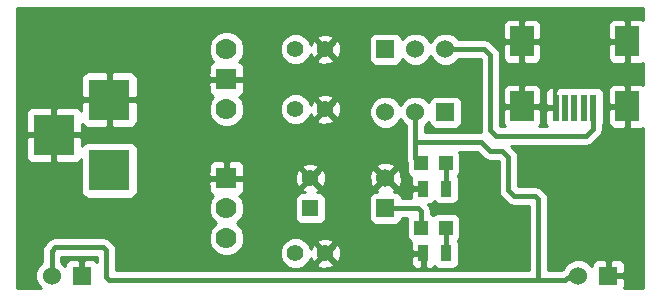
<source format=gtl>
G04 (created by PCBNEW-RS274X (2011-nov-30)-stable) date Die 24 Apr 2012 19:25:18 CEST*
G01*
G70*
G90*
%MOIN*%
G04 Gerber Fmt 3.4, Leading zero omitted, Abs format*
%FSLAX34Y34*%
G04 APERTURE LIST*
%ADD10C,0.001000*%
%ADD11C,0.070000*%
%ADD12R,0.070000X0.070000*%
%ADD13R,0.035000X0.055000*%
%ADD14R,0.060000X0.060000*%
%ADD15C,0.060000*%
%ADD16R,0.019700X0.090500*%
%ADD17R,0.019600X0.090500*%
%ADD18R,0.078700X0.098400*%
%ADD19R,0.047200X0.047200*%
%ADD20C,0.055000*%
%ADD21R,0.055000X0.055000*%
%ADD22R,0.137800X0.137800*%
%ADD23C,0.016000*%
%ADD24C,0.010000*%
G04 APERTURE END LIST*
G54D10*
G54D11*
X55300Y-38000D03*
X55300Y-37000D03*
G54D12*
X55300Y-36000D03*
G54D13*
X62615Y-38500D03*
X61865Y-38500D03*
X62615Y-36350D03*
X61865Y-36350D03*
G54D14*
X60600Y-31700D03*
G54D15*
X61600Y-31700D03*
X62600Y-31700D03*
G54D14*
X62600Y-33800D03*
G54D15*
X61600Y-33800D03*
X60600Y-33800D03*
G54D14*
X50469Y-39252D03*
G54D15*
X49469Y-39252D03*
G54D14*
X68028Y-39252D03*
G54D15*
X67028Y-39252D03*
G54D16*
X67529Y-33648D03*
X67214Y-33648D03*
G54D17*
X66900Y-33648D03*
G54D16*
X66586Y-33648D03*
X66271Y-33648D03*
G54D18*
X68651Y-33608D03*
X65149Y-33608D03*
X68651Y-31443D03*
X65149Y-31443D03*
G54D11*
X55300Y-33700D03*
G54D12*
X55300Y-32700D03*
G54D11*
X55300Y-31700D03*
G54D19*
X61787Y-37650D03*
X62613Y-37650D03*
X61787Y-35500D03*
X62613Y-35500D03*
G54D20*
X57600Y-33700D03*
X58600Y-33700D03*
X57600Y-38500D03*
X58600Y-38500D03*
X57600Y-31700D03*
X58600Y-31700D03*
G54D21*
X58100Y-37000D03*
G54D20*
X58100Y-36000D03*
G54D14*
X60600Y-37000D03*
G54D15*
X60600Y-36000D03*
G54D22*
X51400Y-35741D03*
X51400Y-33379D03*
X49550Y-34560D03*
G54D23*
X60600Y-37000D02*
X61690Y-37000D01*
X61690Y-37000D02*
X61787Y-37097D01*
X61787Y-37097D02*
X61787Y-37650D01*
X61600Y-34800D02*
X61600Y-35313D01*
X61600Y-33800D02*
X61600Y-34700D01*
X51400Y-39400D02*
X65700Y-39400D01*
X61600Y-34700D02*
X61600Y-34800D01*
X65700Y-39400D02*
X66600Y-39400D01*
X49600Y-38300D02*
X51200Y-38300D01*
X51300Y-38400D02*
X51300Y-39300D01*
X51300Y-39300D02*
X51400Y-39400D01*
X51200Y-38300D02*
X51300Y-38400D01*
X49469Y-38431D02*
X49600Y-38300D01*
X61600Y-35313D02*
X61787Y-35500D01*
X64100Y-35100D02*
X63800Y-34800D01*
X65600Y-36600D02*
X64900Y-36600D01*
X66748Y-39252D02*
X67028Y-39252D01*
X49469Y-39252D02*
X49469Y-38431D01*
X66600Y-39400D02*
X66748Y-39252D01*
X65700Y-36700D02*
X65600Y-36600D01*
X64700Y-35300D02*
X64500Y-35100D01*
X63800Y-34800D02*
X61600Y-34800D01*
X65700Y-39400D02*
X65700Y-36700D01*
X64500Y-35100D02*
X64100Y-35100D01*
X64700Y-36400D02*
X64700Y-35300D01*
X64900Y-36600D02*
X64700Y-36400D01*
X67300Y-34600D02*
X67529Y-34371D01*
X64100Y-31900D02*
X64100Y-34400D01*
X62600Y-31700D02*
X63900Y-31700D01*
X67529Y-34371D02*
X67529Y-33648D01*
X64100Y-34400D02*
X64300Y-34600D01*
X64300Y-34600D02*
X67300Y-34600D01*
X63900Y-31700D02*
X64100Y-31900D01*
X62613Y-37650D02*
X62613Y-38498D01*
X62613Y-38498D02*
X62615Y-38500D01*
X62613Y-35500D02*
X62613Y-36348D01*
X62613Y-36348D02*
X62615Y-36350D01*
G54D10*
G36*
X50970Y-38801D02*
X50910Y-38741D01*
X50818Y-38703D01*
X50581Y-38702D01*
X50519Y-38764D01*
X50519Y-39152D01*
X50519Y-39202D01*
X50519Y-39302D01*
X50419Y-39302D01*
X50419Y-39202D01*
X50419Y-39152D01*
X50419Y-38764D01*
X50357Y-38702D01*
X50120Y-38703D01*
X50028Y-38741D01*
X49958Y-38811D01*
X49920Y-38902D01*
X49920Y-38927D01*
X49799Y-38806D01*
X49799Y-38630D01*
X50970Y-38630D01*
X50970Y-38801D01*
X50970Y-38801D01*
G37*
G54D24*
X50970Y-38801D02*
X50910Y-38741D01*
X50818Y-38703D01*
X50581Y-38702D01*
X50519Y-38764D01*
X50519Y-39152D01*
X50519Y-39202D01*
X50519Y-39302D01*
X50419Y-39302D01*
X50419Y-39202D01*
X50419Y-39152D01*
X50419Y-38764D01*
X50357Y-38702D01*
X50120Y-38703D01*
X50028Y-38741D01*
X49958Y-38811D01*
X49920Y-38902D01*
X49920Y-38927D01*
X49799Y-38806D01*
X49799Y-38630D01*
X50970Y-38630D01*
X50970Y-38801D01*
G54D10*
G36*
X69175Y-39675D02*
X68601Y-39675D01*
X68601Y-34288D01*
X68601Y-33658D01*
X68601Y-33558D01*
X68601Y-32928D01*
X68601Y-32123D01*
X68601Y-31493D01*
X68601Y-31393D01*
X68601Y-30763D01*
X68539Y-30701D01*
X68307Y-30702D01*
X68208Y-30702D01*
X68117Y-30740D01*
X68047Y-30810D01*
X68009Y-30902D01*
X68008Y-31331D01*
X68070Y-31393D01*
X68601Y-31393D01*
X68601Y-31493D01*
X68070Y-31493D01*
X68008Y-31555D01*
X68009Y-31984D01*
X68047Y-32076D01*
X68117Y-32146D01*
X68208Y-32184D01*
X68307Y-32184D01*
X68539Y-32185D01*
X68601Y-32123D01*
X68601Y-32928D01*
X68539Y-32866D01*
X68307Y-32867D01*
X68208Y-32867D01*
X68117Y-32905D01*
X68047Y-32975D01*
X68009Y-33067D01*
X68008Y-33496D01*
X68070Y-33558D01*
X68601Y-33558D01*
X68601Y-33658D01*
X68070Y-33658D01*
X68008Y-33720D01*
X68009Y-34149D01*
X68047Y-34241D01*
X68117Y-34311D01*
X68208Y-34349D01*
X68307Y-34349D01*
X68539Y-34350D01*
X68601Y-34288D01*
X68601Y-39675D01*
X68546Y-39675D01*
X68577Y-39602D01*
X68577Y-39503D01*
X68578Y-39364D01*
X68578Y-39140D01*
X68577Y-39001D01*
X68577Y-38902D01*
X68539Y-38811D01*
X68469Y-38741D01*
X68377Y-38703D01*
X68140Y-38702D01*
X68078Y-38764D01*
X68078Y-39202D01*
X68516Y-39202D01*
X68578Y-39140D01*
X68578Y-39364D01*
X68516Y-39302D01*
X68128Y-39302D01*
X68078Y-39302D01*
X67978Y-39302D01*
X67978Y-39202D01*
X67978Y-39152D01*
X67978Y-38764D01*
X67916Y-38702D01*
X67679Y-38703D01*
X67587Y-38741D01*
X67517Y-38811D01*
X67479Y-38902D01*
X67479Y-38927D01*
X67339Y-38787D01*
X67137Y-38703D01*
X66919Y-38703D01*
X66717Y-38787D01*
X66563Y-38941D01*
X66537Y-39003D01*
X66536Y-39004D01*
X66514Y-39019D01*
X66463Y-39070D01*
X66030Y-39070D01*
X66030Y-36700D01*
X66005Y-36574D01*
X66004Y-36573D01*
X65980Y-36538D01*
X65933Y-36467D01*
X65933Y-36466D01*
X65833Y-36367D01*
X65727Y-36295D01*
X65600Y-36270D01*
X65036Y-36270D01*
X65030Y-36263D01*
X65030Y-35300D01*
X65029Y-35299D01*
X65005Y-35174D01*
X65004Y-35173D01*
X64980Y-35138D01*
X64933Y-35067D01*
X64933Y-35066D01*
X64796Y-34930D01*
X67300Y-34930D01*
X67426Y-34905D01*
X67427Y-34905D01*
X67533Y-34833D01*
X67762Y-34605D01*
X67762Y-34604D01*
X67809Y-34533D01*
X67833Y-34498D01*
X67834Y-34497D01*
X67858Y-34372D01*
X67859Y-34371D01*
X67859Y-34190D01*
X67876Y-34150D01*
X67876Y-34051D01*
X67876Y-33147D01*
X67838Y-33055D01*
X67768Y-32985D01*
X67677Y-32947D01*
X67578Y-32947D01*
X67382Y-32947D01*
X67371Y-32951D01*
X67362Y-32947D01*
X67263Y-32947D01*
X67067Y-32947D01*
X67057Y-32950D01*
X67048Y-32947D01*
X66949Y-32947D01*
X66753Y-32947D01*
X66743Y-32950D01*
X66734Y-32947D01*
X66635Y-32947D01*
X66439Y-32947D01*
X66428Y-32951D01*
X66419Y-32947D01*
X66381Y-32947D01*
X66320Y-33008D01*
X66320Y-33012D01*
X66277Y-33055D01*
X66239Y-33146D01*
X66239Y-33245D01*
X66239Y-33698D01*
X66222Y-33698D01*
X66222Y-33598D01*
X66222Y-33008D01*
X66161Y-32947D01*
X66123Y-32947D01*
X66032Y-32985D01*
X65962Y-33055D01*
X65924Y-33147D01*
X65923Y-33536D01*
X65985Y-33598D01*
X66222Y-33598D01*
X66222Y-33698D01*
X66171Y-33698D01*
X65985Y-33698D01*
X65923Y-33760D01*
X65924Y-34149D01*
X65962Y-34241D01*
X65991Y-34270D01*
X65724Y-34270D01*
X65753Y-34241D01*
X65791Y-34149D01*
X65792Y-33720D01*
X65792Y-33496D01*
X65792Y-31555D01*
X65792Y-31331D01*
X65791Y-30902D01*
X65753Y-30810D01*
X65683Y-30740D01*
X65592Y-30702D01*
X65493Y-30702D01*
X65261Y-30701D01*
X65199Y-30763D01*
X65199Y-31393D01*
X65730Y-31393D01*
X65792Y-31331D01*
X65792Y-31555D01*
X65730Y-31493D01*
X65199Y-31493D01*
X65199Y-32123D01*
X65261Y-32185D01*
X65493Y-32184D01*
X65592Y-32184D01*
X65683Y-32146D01*
X65753Y-32076D01*
X65791Y-31984D01*
X65792Y-31555D01*
X65792Y-33496D01*
X65791Y-33067D01*
X65753Y-32975D01*
X65683Y-32905D01*
X65592Y-32867D01*
X65493Y-32867D01*
X65261Y-32866D01*
X65199Y-32928D01*
X65199Y-33558D01*
X65730Y-33558D01*
X65792Y-33496D01*
X65792Y-33720D01*
X65730Y-33658D01*
X65249Y-33658D01*
X65199Y-33658D01*
X65099Y-33658D01*
X65099Y-33558D01*
X65099Y-32928D01*
X65099Y-32123D01*
X65099Y-31493D01*
X65099Y-31393D01*
X65099Y-30763D01*
X65037Y-30701D01*
X64805Y-30702D01*
X64706Y-30702D01*
X64615Y-30740D01*
X64545Y-30810D01*
X64507Y-30902D01*
X64506Y-31331D01*
X64568Y-31393D01*
X65099Y-31393D01*
X65099Y-31493D01*
X64568Y-31493D01*
X64506Y-31555D01*
X64507Y-31984D01*
X64545Y-32076D01*
X64615Y-32146D01*
X64706Y-32184D01*
X64805Y-32184D01*
X65037Y-32185D01*
X65099Y-32123D01*
X65099Y-32928D01*
X65037Y-32866D01*
X64805Y-32867D01*
X64706Y-32867D01*
X64615Y-32905D01*
X64545Y-32975D01*
X64507Y-33067D01*
X64506Y-33496D01*
X64568Y-33558D01*
X65099Y-33558D01*
X65099Y-33658D01*
X65049Y-33658D01*
X64568Y-33658D01*
X64506Y-33720D01*
X64507Y-34149D01*
X64545Y-34241D01*
X64574Y-34270D01*
X64436Y-34270D01*
X64430Y-34263D01*
X64430Y-31900D01*
X64429Y-31899D01*
X64405Y-31774D01*
X64404Y-31773D01*
X64380Y-31738D01*
X64333Y-31667D01*
X64333Y-31666D01*
X64133Y-31467D01*
X64027Y-31395D01*
X63900Y-31370D01*
X63046Y-31370D01*
X62911Y-31235D01*
X62709Y-31151D01*
X62491Y-31151D01*
X62289Y-31235D01*
X62135Y-31389D01*
X62100Y-31473D01*
X62065Y-31389D01*
X61911Y-31235D01*
X61709Y-31151D01*
X61491Y-31151D01*
X61289Y-31235D01*
X61149Y-31375D01*
X61149Y-31351D01*
X61111Y-31259D01*
X61041Y-31189D01*
X60950Y-31151D01*
X60851Y-31151D01*
X60251Y-31151D01*
X60159Y-31189D01*
X60089Y-31259D01*
X60051Y-31350D01*
X60051Y-31449D01*
X60051Y-32049D01*
X60089Y-32141D01*
X60159Y-32211D01*
X60250Y-32249D01*
X60349Y-32249D01*
X60949Y-32249D01*
X61041Y-32211D01*
X61111Y-32141D01*
X61149Y-32050D01*
X61149Y-32025D01*
X61289Y-32165D01*
X61491Y-32249D01*
X61709Y-32249D01*
X61911Y-32165D01*
X62065Y-32011D01*
X62100Y-31926D01*
X62135Y-32011D01*
X62289Y-32165D01*
X62491Y-32249D01*
X62709Y-32249D01*
X62911Y-32165D01*
X63046Y-32030D01*
X63763Y-32030D01*
X63770Y-32036D01*
X63770Y-34400D01*
X63783Y-34470D01*
X61930Y-34470D01*
X61930Y-34246D01*
X62051Y-34125D01*
X62051Y-34149D01*
X62089Y-34241D01*
X62159Y-34311D01*
X62250Y-34349D01*
X62349Y-34349D01*
X62949Y-34349D01*
X63041Y-34311D01*
X63111Y-34241D01*
X63149Y-34150D01*
X63149Y-34051D01*
X63149Y-33451D01*
X63111Y-33359D01*
X63041Y-33289D01*
X62950Y-33251D01*
X62851Y-33251D01*
X62251Y-33251D01*
X62159Y-33289D01*
X62089Y-33359D01*
X62051Y-33450D01*
X62051Y-33475D01*
X61911Y-33335D01*
X61709Y-33251D01*
X61491Y-33251D01*
X61289Y-33335D01*
X61135Y-33489D01*
X61100Y-33573D01*
X61065Y-33489D01*
X60911Y-33335D01*
X60709Y-33251D01*
X60491Y-33251D01*
X60289Y-33335D01*
X60135Y-33489D01*
X60051Y-33691D01*
X60051Y-33909D01*
X60135Y-34111D01*
X60289Y-34265D01*
X60491Y-34349D01*
X60709Y-34349D01*
X60911Y-34265D01*
X61065Y-34111D01*
X61100Y-34026D01*
X61135Y-34111D01*
X61270Y-34246D01*
X61270Y-34700D01*
X61270Y-34800D01*
X61270Y-35313D01*
X61295Y-35440D01*
X61302Y-35450D01*
X61302Y-35785D01*
X61340Y-35877D01*
X61410Y-35947D01*
X61464Y-35969D01*
X61441Y-36025D01*
X61441Y-36124D01*
X61440Y-36238D01*
X61502Y-36300D01*
X61765Y-36300D01*
X61815Y-36300D01*
X61915Y-36300D01*
X61915Y-36400D01*
X61815Y-36400D01*
X61765Y-36400D01*
X61502Y-36400D01*
X61440Y-36462D01*
X61441Y-36576D01*
X61441Y-36670D01*
X61149Y-36670D01*
X61149Y-36651D01*
X61143Y-36636D01*
X61143Y-36079D01*
X61132Y-35866D01*
X61072Y-35719D01*
X60978Y-35692D01*
X60908Y-35762D01*
X60908Y-35622D01*
X60881Y-35528D01*
X60679Y-35457D01*
X60466Y-35468D01*
X60319Y-35528D01*
X60292Y-35622D01*
X60600Y-35929D01*
X60908Y-35622D01*
X60908Y-35762D01*
X60671Y-36000D01*
X60978Y-36308D01*
X61072Y-36281D01*
X61143Y-36079D01*
X61143Y-36636D01*
X61111Y-36559D01*
X61041Y-36489D01*
X60950Y-36451D01*
X60887Y-36451D01*
X60908Y-36378D01*
X60600Y-36071D01*
X60529Y-36141D01*
X60529Y-36000D01*
X60222Y-35692D01*
X60128Y-35719D01*
X60057Y-35921D01*
X60068Y-36134D01*
X60128Y-36281D01*
X60222Y-36308D01*
X60529Y-36000D01*
X60529Y-36141D01*
X60292Y-36378D01*
X60312Y-36451D01*
X60251Y-36451D01*
X60159Y-36489D01*
X60089Y-36559D01*
X60051Y-36650D01*
X60051Y-36749D01*
X60051Y-37349D01*
X60089Y-37441D01*
X60159Y-37511D01*
X60250Y-37549D01*
X60349Y-37549D01*
X60949Y-37549D01*
X61041Y-37511D01*
X61111Y-37441D01*
X61149Y-37350D01*
X61149Y-37330D01*
X61316Y-37330D01*
X61302Y-37364D01*
X61302Y-37463D01*
X61302Y-37935D01*
X61340Y-38027D01*
X61410Y-38097D01*
X61464Y-38119D01*
X61441Y-38175D01*
X61441Y-38274D01*
X61440Y-38388D01*
X61502Y-38450D01*
X61765Y-38450D01*
X61815Y-38450D01*
X61915Y-38450D01*
X61915Y-38550D01*
X61915Y-38600D01*
X61915Y-38963D01*
X61977Y-39025D01*
X62089Y-39024D01*
X62181Y-38986D01*
X62240Y-38927D01*
X62299Y-38986D01*
X62390Y-39024D01*
X62489Y-39024D01*
X62839Y-39024D01*
X62931Y-38986D01*
X63001Y-38916D01*
X63039Y-38825D01*
X63039Y-38726D01*
X63039Y-38176D01*
X63001Y-38085D01*
X63060Y-38027D01*
X63098Y-37936D01*
X63098Y-37837D01*
X63098Y-37365D01*
X63060Y-37273D01*
X62990Y-37203D01*
X62899Y-37165D01*
X62800Y-37165D01*
X62328Y-37165D01*
X62236Y-37203D01*
X62200Y-37239D01*
X62164Y-37203D01*
X62117Y-37183D01*
X62117Y-37097D01*
X62095Y-36991D01*
X62092Y-36971D01*
X62092Y-36970D01*
X62027Y-36874D01*
X62089Y-36874D01*
X62181Y-36836D01*
X62240Y-36777D01*
X62299Y-36836D01*
X62390Y-36874D01*
X62489Y-36874D01*
X62839Y-36874D01*
X62931Y-36836D01*
X63001Y-36766D01*
X63039Y-36675D01*
X63039Y-36576D01*
X63039Y-36026D01*
X63001Y-35935D01*
X63060Y-35877D01*
X63098Y-35786D01*
X63098Y-35687D01*
X63098Y-35215D01*
X63062Y-35130D01*
X63663Y-35130D01*
X63866Y-35333D01*
X63867Y-35333D01*
X63973Y-35405D01*
X63974Y-35405D01*
X63994Y-35408D01*
X64100Y-35430D01*
X64363Y-35430D01*
X64370Y-35436D01*
X64370Y-36400D01*
X64395Y-36527D01*
X64467Y-36633D01*
X64666Y-36833D01*
X64667Y-36833D01*
X64738Y-36880D01*
X64773Y-36904D01*
X64774Y-36905D01*
X64899Y-36929D01*
X64900Y-36930D01*
X65370Y-36930D01*
X65370Y-39070D01*
X61815Y-39070D01*
X61815Y-38963D01*
X61815Y-38550D01*
X61502Y-38550D01*
X61440Y-38612D01*
X61441Y-38726D01*
X61441Y-38825D01*
X61479Y-38916D01*
X61549Y-38986D01*
X61641Y-39024D01*
X61753Y-39025D01*
X61815Y-38963D01*
X61815Y-39070D01*
X59119Y-39070D01*
X59119Y-38574D01*
X59119Y-33774D01*
X59119Y-31774D01*
X59108Y-31570D01*
X59052Y-31433D01*
X58961Y-31410D01*
X58890Y-31481D01*
X58890Y-31339D01*
X58867Y-31248D01*
X58674Y-31181D01*
X58470Y-31192D01*
X58333Y-31248D01*
X58310Y-31339D01*
X58600Y-31629D01*
X58890Y-31339D01*
X58890Y-31481D01*
X58671Y-31700D01*
X58961Y-31990D01*
X59052Y-31967D01*
X59119Y-31774D01*
X59119Y-33774D01*
X59108Y-33570D01*
X59052Y-33433D01*
X58961Y-33410D01*
X58890Y-33481D01*
X58890Y-33339D01*
X58890Y-32061D01*
X58600Y-31771D01*
X58529Y-31842D01*
X58529Y-31700D01*
X58239Y-31410D01*
X58148Y-31433D01*
X58106Y-31551D01*
X58045Y-31403D01*
X57898Y-31255D01*
X57705Y-31175D01*
X57496Y-31175D01*
X57303Y-31255D01*
X57155Y-31402D01*
X57075Y-31595D01*
X57075Y-31804D01*
X57155Y-31997D01*
X57302Y-32145D01*
X57495Y-32225D01*
X57704Y-32225D01*
X57897Y-32145D01*
X58045Y-31998D01*
X58103Y-31857D01*
X58148Y-31967D01*
X58239Y-31990D01*
X58529Y-31700D01*
X58529Y-31842D01*
X58310Y-32061D01*
X58333Y-32152D01*
X58526Y-32219D01*
X58730Y-32208D01*
X58867Y-32152D01*
X58890Y-32061D01*
X58890Y-33339D01*
X58867Y-33248D01*
X58674Y-33181D01*
X58470Y-33192D01*
X58333Y-33248D01*
X58310Y-33339D01*
X58600Y-33629D01*
X58890Y-33339D01*
X58890Y-33481D01*
X58671Y-33700D01*
X58961Y-33990D01*
X59052Y-33967D01*
X59119Y-33774D01*
X59119Y-38574D01*
X59108Y-38370D01*
X59052Y-38233D01*
X58961Y-38210D01*
X58890Y-38281D01*
X58890Y-38139D01*
X58890Y-34061D01*
X58600Y-33771D01*
X58529Y-33842D01*
X58529Y-33700D01*
X58239Y-33410D01*
X58148Y-33433D01*
X58106Y-33551D01*
X58045Y-33403D01*
X57898Y-33255D01*
X57705Y-33175D01*
X57496Y-33175D01*
X57303Y-33255D01*
X57155Y-33402D01*
X57075Y-33595D01*
X57075Y-33804D01*
X57155Y-33997D01*
X57302Y-34145D01*
X57495Y-34225D01*
X57704Y-34225D01*
X57897Y-34145D01*
X58045Y-33998D01*
X58103Y-33857D01*
X58148Y-33967D01*
X58239Y-33990D01*
X58529Y-33700D01*
X58529Y-33842D01*
X58310Y-34061D01*
X58333Y-34152D01*
X58526Y-34219D01*
X58730Y-34208D01*
X58867Y-34152D01*
X58890Y-34061D01*
X58890Y-38139D01*
X58867Y-38048D01*
X58674Y-37981D01*
X58624Y-37983D01*
X58624Y-37325D01*
X58624Y-37226D01*
X58624Y-36676D01*
X58619Y-36663D01*
X58619Y-36074D01*
X58608Y-35870D01*
X58552Y-35733D01*
X58461Y-35710D01*
X58390Y-35781D01*
X58390Y-35639D01*
X58367Y-35548D01*
X58174Y-35481D01*
X57970Y-35492D01*
X57833Y-35548D01*
X57810Y-35639D01*
X58100Y-35929D01*
X58390Y-35639D01*
X58390Y-35781D01*
X58171Y-36000D01*
X58461Y-36290D01*
X58552Y-36267D01*
X58619Y-36074D01*
X58619Y-36663D01*
X58586Y-36584D01*
X58516Y-36514D01*
X58425Y-36476D01*
X58326Y-36476D01*
X58308Y-36476D01*
X58367Y-36452D01*
X58390Y-36361D01*
X58100Y-36071D01*
X58029Y-36142D01*
X58029Y-36000D01*
X57739Y-35710D01*
X57648Y-35733D01*
X57581Y-35926D01*
X57592Y-36130D01*
X57648Y-36267D01*
X57739Y-36290D01*
X58029Y-36000D01*
X58029Y-36142D01*
X57810Y-36361D01*
X57833Y-36452D01*
X57902Y-36476D01*
X57776Y-36476D01*
X57684Y-36514D01*
X57614Y-36584D01*
X57576Y-36675D01*
X57576Y-36774D01*
X57576Y-37324D01*
X57614Y-37416D01*
X57684Y-37486D01*
X57775Y-37524D01*
X57874Y-37524D01*
X58424Y-37524D01*
X58516Y-37486D01*
X58586Y-37416D01*
X58624Y-37325D01*
X58624Y-37983D01*
X58470Y-37992D01*
X58333Y-38048D01*
X58310Y-38139D01*
X58600Y-38429D01*
X58890Y-38139D01*
X58890Y-38281D01*
X58671Y-38500D01*
X58961Y-38790D01*
X59052Y-38767D01*
X59119Y-38574D01*
X59119Y-39070D01*
X58890Y-39070D01*
X58890Y-38861D01*
X58600Y-38571D01*
X58529Y-38642D01*
X58529Y-38500D01*
X58239Y-38210D01*
X58148Y-38233D01*
X58106Y-38351D01*
X58045Y-38203D01*
X57898Y-38055D01*
X57705Y-37975D01*
X57496Y-37975D01*
X57303Y-38055D01*
X57155Y-38202D01*
X57075Y-38395D01*
X57075Y-38604D01*
X57155Y-38797D01*
X57302Y-38945D01*
X57495Y-39025D01*
X57704Y-39025D01*
X57897Y-38945D01*
X58045Y-38798D01*
X58103Y-38657D01*
X58148Y-38767D01*
X58239Y-38790D01*
X58529Y-38500D01*
X58529Y-38642D01*
X58310Y-38861D01*
X58333Y-38952D01*
X58526Y-39019D01*
X58730Y-39008D01*
X58867Y-38952D01*
X58890Y-38861D01*
X58890Y-39070D01*
X55900Y-39070D01*
X55900Y-36112D01*
X55900Y-35888D01*
X55900Y-32812D01*
X55900Y-32588D01*
X55899Y-32399D01*
X55899Y-32300D01*
X55861Y-32209D01*
X55791Y-32139D01*
X55732Y-32114D01*
X55808Y-32039D01*
X55899Y-31819D01*
X55899Y-31581D01*
X55808Y-31361D01*
X55639Y-31192D01*
X55419Y-31101D01*
X55181Y-31101D01*
X54961Y-31192D01*
X54792Y-31361D01*
X54701Y-31581D01*
X54701Y-31819D01*
X54792Y-32039D01*
X54867Y-32114D01*
X54809Y-32139D01*
X54739Y-32209D01*
X54701Y-32300D01*
X54701Y-32399D01*
X54700Y-32588D01*
X54762Y-32650D01*
X55200Y-32650D01*
X55250Y-32650D01*
X55350Y-32650D01*
X55400Y-32650D01*
X55838Y-32650D01*
X55900Y-32588D01*
X55900Y-32812D01*
X55838Y-32750D01*
X55400Y-32750D01*
X55350Y-32750D01*
X55250Y-32750D01*
X55200Y-32750D01*
X54762Y-32750D01*
X54700Y-32812D01*
X54701Y-33001D01*
X54701Y-33100D01*
X54739Y-33191D01*
X54809Y-33261D01*
X54867Y-33285D01*
X54792Y-33361D01*
X54701Y-33581D01*
X54701Y-33819D01*
X54792Y-34039D01*
X54961Y-34208D01*
X55181Y-34299D01*
X55419Y-34299D01*
X55639Y-34208D01*
X55808Y-34039D01*
X55899Y-33819D01*
X55899Y-33581D01*
X55808Y-33361D01*
X55732Y-33285D01*
X55791Y-33261D01*
X55861Y-33191D01*
X55899Y-33100D01*
X55899Y-33001D01*
X55900Y-32812D01*
X55900Y-35888D01*
X55899Y-35699D01*
X55899Y-35600D01*
X55861Y-35509D01*
X55791Y-35439D01*
X55699Y-35401D01*
X55412Y-35400D01*
X55350Y-35462D01*
X55350Y-35950D01*
X55838Y-35950D01*
X55900Y-35888D01*
X55900Y-36112D01*
X55838Y-36050D01*
X55400Y-36050D01*
X55350Y-36050D01*
X55250Y-36050D01*
X55250Y-35950D01*
X55250Y-35462D01*
X55188Y-35400D01*
X54901Y-35401D01*
X54809Y-35439D01*
X54739Y-35509D01*
X54701Y-35600D01*
X54701Y-35699D01*
X54700Y-35888D01*
X54762Y-35950D01*
X55250Y-35950D01*
X55250Y-36050D01*
X55200Y-36050D01*
X54762Y-36050D01*
X54700Y-36112D01*
X54701Y-36301D01*
X54701Y-36400D01*
X54739Y-36491D01*
X54809Y-36561D01*
X54867Y-36585D01*
X54792Y-36661D01*
X54701Y-36881D01*
X54701Y-37119D01*
X54792Y-37339D01*
X54953Y-37500D01*
X54792Y-37661D01*
X54701Y-37881D01*
X54701Y-38119D01*
X54792Y-38339D01*
X54961Y-38508D01*
X55181Y-38599D01*
X55419Y-38599D01*
X55639Y-38508D01*
X55808Y-38339D01*
X55899Y-38119D01*
X55899Y-37881D01*
X55808Y-37661D01*
X55647Y-37500D01*
X55808Y-37339D01*
X55899Y-37119D01*
X55899Y-36881D01*
X55808Y-36661D01*
X55732Y-36585D01*
X55791Y-36561D01*
X55861Y-36491D01*
X55899Y-36400D01*
X55899Y-36301D01*
X55900Y-36112D01*
X55900Y-39070D01*
X52339Y-39070D01*
X52339Y-33491D01*
X52339Y-33267D01*
X52338Y-32641D01*
X52300Y-32549D01*
X52230Y-32479D01*
X52139Y-32441D01*
X52040Y-32441D01*
X51512Y-32440D01*
X51450Y-32502D01*
X51450Y-33329D01*
X52277Y-33329D01*
X52339Y-33267D01*
X52339Y-33491D01*
X52277Y-33429D01*
X51450Y-33429D01*
X51450Y-34256D01*
X51512Y-34318D01*
X52040Y-34317D01*
X52139Y-34317D01*
X52230Y-34279D01*
X52300Y-34209D01*
X52338Y-34117D01*
X52339Y-33491D01*
X52339Y-39070D01*
X52338Y-39070D01*
X52338Y-36480D01*
X52338Y-36381D01*
X52338Y-35003D01*
X52300Y-34911D01*
X52230Y-34841D01*
X52139Y-34803D01*
X52040Y-34803D01*
X51350Y-34803D01*
X51350Y-34256D01*
X51350Y-33429D01*
X51350Y-33329D01*
X51350Y-32502D01*
X51288Y-32440D01*
X50760Y-32441D01*
X50661Y-32441D01*
X50570Y-32479D01*
X50500Y-32549D01*
X50462Y-32641D01*
X50461Y-33267D01*
X50523Y-33329D01*
X51350Y-33329D01*
X51350Y-33429D01*
X50523Y-33429D01*
X50461Y-33491D01*
X50461Y-33757D01*
X50450Y-33730D01*
X50380Y-33660D01*
X50289Y-33622D01*
X50190Y-33622D01*
X49662Y-33621D01*
X49600Y-33683D01*
X49600Y-34510D01*
X50427Y-34510D01*
X50489Y-34448D01*
X50488Y-34181D01*
X50500Y-34209D01*
X50570Y-34279D01*
X50661Y-34317D01*
X50760Y-34317D01*
X51288Y-34318D01*
X51350Y-34256D01*
X51350Y-34803D01*
X50662Y-34803D01*
X50570Y-34841D01*
X50500Y-34911D01*
X50488Y-34938D01*
X50489Y-34672D01*
X50427Y-34610D01*
X49600Y-34610D01*
X49600Y-35437D01*
X49662Y-35499D01*
X50190Y-35498D01*
X50289Y-35498D01*
X50380Y-35460D01*
X50450Y-35390D01*
X50462Y-35360D01*
X50462Y-36479D01*
X50500Y-36571D01*
X50570Y-36641D01*
X50661Y-36679D01*
X50760Y-36679D01*
X52138Y-36679D01*
X52230Y-36641D01*
X52300Y-36571D01*
X52338Y-36480D01*
X52338Y-39070D01*
X51630Y-39070D01*
X51630Y-38400D01*
X51605Y-38274D01*
X51604Y-38273D01*
X51580Y-38238D01*
X51533Y-38167D01*
X51533Y-38166D01*
X51433Y-38067D01*
X51327Y-37995D01*
X51200Y-37970D01*
X49600Y-37970D01*
X49500Y-37989D01*
X49500Y-35437D01*
X49500Y-34610D01*
X49500Y-34510D01*
X49500Y-33683D01*
X49438Y-33621D01*
X48910Y-33622D01*
X48811Y-33622D01*
X48720Y-33660D01*
X48650Y-33730D01*
X48612Y-33822D01*
X48611Y-34448D01*
X48673Y-34510D01*
X49500Y-34510D01*
X49500Y-34610D01*
X48673Y-34610D01*
X48611Y-34672D01*
X48612Y-35298D01*
X48650Y-35390D01*
X48720Y-35460D01*
X48811Y-35498D01*
X48910Y-35498D01*
X49438Y-35499D01*
X49500Y-35437D01*
X49500Y-37989D01*
X49494Y-37991D01*
X49473Y-37995D01*
X49366Y-38067D01*
X49236Y-38198D01*
X49164Y-38304D01*
X49139Y-38431D01*
X49139Y-38806D01*
X49004Y-38941D01*
X48920Y-39143D01*
X48920Y-39361D01*
X49004Y-39563D01*
X49116Y-39675D01*
X48325Y-39675D01*
X48325Y-30325D01*
X69175Y-30325D01*
X69175Y-30735D01*
X69094Y-30702D01*
X68995Y-30702D01*
X68763Y-30701D01*
X68701Y-30763D01*
X68701Y-31343D01*
X68701Y-31393D01*
X68701Y-31493D01*
X68701Y-31543D01*
X68701Y-32123D01*
X68763Y-32185D01*
X68995Y-32184D01*
X69094Y-32184D01*
X69175Y-32150D01*
X69175Y-32900D01*
X69094Y-32867D01*
X68995Y-32867D01*
X68763Y-32866D01*
X68701Y-32928D01*
X68701Y-33508D01*
X68701Y-33558D01*
X68701Y-33658D01*
X68701Y-33708D01*
X68701Y-34288D01*
X68763Y-34350D01*
X68995Y-34349D01*
X69094Y-34349D01*
X69175Y-34315D01*
X69175Y-39675D01*
X69175Y-39675D01*
G37*
G54D24*
X69175Y-39675D02*
X68601Y-39675D01*
X68601Y-34288D01*
X68601Y-33658D01*
X68601Y-33558D01*
X68601Y-32928D01*
X68601Y-32123D01*
X68601Y-31493D01*
X68601Y-31393D01*
X68601Y-30763D01*
X68539Y-30701D01*
X68307Y-30702D01*
X68208Y-30702D01*
X68117Y-30740D01*
X68047Y-30810D01*
X68009Y-30902D01*
X68008Y-31331D01*
X68070Y-31393D01*
X68601Y-31393D01*
X68601Y-31493D01*
X68070Y-31493D01*
X68008Y-31555D01*
X68009Y-31984D01*
X68047Y-32076D01*
X68117Y-32146D01*
X68208Y-32184D01*
X68307Y-32184D01*
X68539Y-32185D01*
X68601Y-32123D01*
X68601Y-32928D01*
X68539Y-32866D01*
X68307Y-32867D01*
X68208Y-32867D01*
X68117Y-32905D01*
X68047Y-32975D01*
X68009Y-33067D01*
X68008Y-33496D01*
X68070Y-33558D01*
X68601Y-33558D01*
X68601Y-33658D01*
X68070Y-33658D01*
X68008Y-33720D01*
X68009Y-34149D01*
X68047Y-34241D01*
X68117Y-34311D01*
X68208Y-34349D01*
X68307Y-34349D01*
X68539Y-34350D01*
X68601Y-34288D01*
X68601Y-39675D01*
X68546Y-39675D01*
X68577Y-39602D01*
X68577Y-39503D01*
X68578Y-39364D01*
X68578Y-39140D01*
X68577Y-39001D01*
X68577Y-38902D01*
X68539Y-38811D01*
X68469Y-38741D01*
X68377Y-38703D01*
X68140Y-38702D01*
X68078Y-38764D01*
X68078Y-39202D01*
X68516Y-39202D01*
X68578Y-39140D01*
X68578Y-39364D01*
X68516Y-39302D01*
X68128Y-39302D01*
X68078Y-39302D01*
X67978Y-39302D01*
X67978Y-39202D01*
X67978Y-39152D01*
X67978Y-38764D01*
X67916Y-38702D01*
X67679Y-38703D01*
X67587Y-38741D01*
X67517Y-38811D01*
X67479Y-38902D01*
X67479Y-38927D01*
X67339Y-38787D01*
X67137Y-38703D01*
X66919Y-38703D01*
X66717Y-38787D01*
X66563Y-38941D01*
X66537Y-39003D01*
X66536Y-39004D01*
X66514Y-39019D01*
X66463Y-39070D01*
X66030Y-39070D01*
X66030Y-36700D01*
X66005Y-36574D01*
X66004Y-36573D01*
X65980Y-36538D01*
X65933Y-36467D01*
X65933Y-36466D01*
X65833Y-36367D01*
X65727Y-36295D01*
X65600Y-36270D01*
X65036Y-36270D01*
X65030Y-36263D01*
X65030Y-35300D01*
X65029Y-35299D01*
X65005Y-35174D01*
X65004Y-35173D01*
X64980Y-35138D01*
X64933Y-35067D01*
X64933Y-35066D01*
X64796Y-34930D01*
X67300Y-34930D01*
X67426Y-34905D01*
X67427Y-34905D01*
X67533Y-34833D01*
X67762Y-34605D01*
X67762Y-34604D01*
X67809Y-34533D01*
X67833Y-34498D01*
X67834Y-34497D01*
X67858Y-34372D01*
X67859Y-34371D01*
X67859Y-34190D01*
X67876Y-34150D01*
X67876Y-34051D01*
X67876Y-33147D01*
X67838Y-33055D01*
X67768Y-32985D01*
X67677Y-32947D01*
X67578Y-32947D01*
X67382Y-32947D01*
X67371Y-32951D01*
X67362Y-32947D01*
X67263Y-32947D01*
X67067Y-32947D01*
X67057Y-32950D01*
X67048Y-32947D01*
X66949Y-32947D01*
X66753Y-32947D01*
X66743Y-32950D01*
X66734Y-32947D01*
X66635Y-32947D01*
X66439Y-32947D01*
X66428Y-32951D01*
X66419Y-32947D01*
X66381Y-32947D01*
X66320Y-33008D01*
X66320Y-33012D01*
X66277Y-33055D01*
X66239Y-33146D01*
X66239Y-33245D01*
X66239Y-33698D01*
X66222Y-33698D01*
X66222Y-33598D01*
X66222Y-33008D01*
X66161Y-32947D01*
X66123Y-32947D01*
X66032Y-32985D01*
X65962Y-33055D01*
X65924Y-33147D01*
X65923Y-33536D01*
X65985Y-33598D01*
X66222Y-33598D01*
X66222Y-33698D01*
X66171Y-33698D01*
X65985Y-33698D01*
X65923Y-33760D01*
X65924Y-34149D01*
X65962Y-34241D01*
X65991Y-34270D01*
X65724Y-34270D01*
X65753Y-34241D01*
X65791Y-34149D01*
X65792Y-33720D01*
X65792Y-33496D01*
X65792Y-31555D01*
X65792Y-31331D01*
X65791Y-30902D01*
X65753Y-30810D01*
X65683Y-30740D01*
X65592Y-30702D01*
X65493Y-30702D01*
X65261Y-30701D01*
X65199Y-30763D01*
X65199Y-31393D01*
X65730Y-31393D01*
X65792Y-31331D01*
X65792Y-31555D01*
X65730Y-31493D01*
X65199Y-31493D01*
X65199Y-32123D01*
X65261Y-32185D01*
X65493Y-32184D01*
X65592Y-32184D01*
X65683Y-32146D01*
X65753Y-32076D01*
X65791Y-31984D01*
X65792Y-31555D01*
X65792Y-33496D01*
X65791Y-33067D01*
X65753Y-32975D01*
X65683Y-32905D01*
X65592Y-32867D01*
X65493Y-32867D01*
X65261Y-32866D01*
X65199Y-32928D01*
X65199Y-33558D01*
X65730Y-33558D01*
X65792Y-33496D01*
X65792Y-33720D01*
X65730Y-33658D01*
X65249Y-33658D01*
X65199Y-33658D01*
X65099Y-33658D01*
X65099Y-33558D01*
X65099Y-32928D01*
X65099Y-32123D01*
X65099Y-31493D01*
X65099Y-31393D01*
X65099Y-30763D01*
X65037Y-30701D01*
X64805Y-30702D01*
X64706Y-30702D01*
X64615Y-30740D01*
X64545Y-30810D01*
X64507Y-30902D01*
X64506Y-31331D01*
X64568Y-31393D01*
X65099Y-31393D01*
X65099Y-31493D01*
X64568Y-31493D01*
X64506Y-31555D01*
X64507Y-31984D01*
X64545Y-32076D01*
X64615Y-32146D01*
X64706Y-32184D01*
X64805Y-32184D01*
X65037Y-32185D01*
X65099Y-32123D01*
X65099Y-32928D01*
X65037Y-32866D01*
X64805Y-32867D01*
X64706Y-32867D01*
X64615Y-32905D01*
X64545Y-32975D01*
X64507Y-33067D01*
X64506Y-33496D01*
X64568Y-33558D01*
X65099Y-33558D01*
X65099Y-33658D01*
X65049Y-33658D01*
X64568Y-33658D01*
X64506Y-33720D01*
X64507Y-34149D01*
X64545Y-34241D01*
X64574Y-34270D01*
X64436Y-34270D01*
X64430Y-34263D01*
X64430Y-31900D01*
X64429Y-31899D01*
X64405Y-31774D01*
X64404Y-31773D01*
X64380Y-31738D01*
X64333Y-31667D01*
X64333Y-31666D01*
X64133Y-31467D01*
X64027Y-31395D01*
X63900Y-31370D01*
X63046Y-31370D01*
X62911Y-31235D01*
X62709Y-31151D01*
X62491Y-31151D01*
X62289Y-31235D01*
X62135Y-31389D01*
X62100Y-31473D01*
X62065Y-31389D01*
X61911Y-31235D01*
X61709Y-31151D01*
X61491Y-31151D01*
X61289Y-31235D01*
X61149Y-31375D01*
X61149Y-31351D01*
X61111Y-31259D01*
X61041Y-31189D01*
X60950Y-31151D01*
X60851Y-31151D01*
X60251Y-31151D01*
X60159Y-31189D01*
X60089Y-31259D01*
X60051Y-31350D01*
X60051Y-31449D01*
X60051Y-32049D01*
X60089Y-32141D01*
X60159Y-32211D01*
X60250Y-32249D01*
X60349Y-32249D01*
X60949Y-32249D01*
X61041Y-32211D01*
X61111Y-32141D01*
X61149Y-32050D01*
X61149Y-32025D01*
X61289Y-32165D01*
X61491Y-32249D01*
X61709Y-32249D01*
X61911Y-32165D01*
X62065Y-32011D01*
X62100Y-31926D01*
X62135Y-32011D01*
X62289Y-32165D01*
X62491Y-32249D01*
X62709Y-32249D01*
X62911Y-32165D01*
X63046Y-32030D01*
X63763Y-32030D01*
X63770Y-32036D01*
X63770Y-34400D01*
X63783Y-34470D01*
X61930Y-34470D01*
X61930Y-34246D01*
X62051Y-34125D01*
X62051Y-34149D01*
X62089Y-34241D01*
X62159Y-34311D01*
X62250Y-34349D01*
X62349Y-34349D01*
X62949Y-34349D01*
X63041Y-34311D01*
X63111Y-34241D01*
X63149Y-34150D01*
X63149Y-34051D01*
X63149Y-33451D01*
X63111Y-33359D01*
X63041Y-33289D01*
X62950Y-33251D01*
X62851Y-33251D01*
X62251Y-33251D01*
X62159Y-33289D01*
X62089Y-33359D01*
X62051Y-33450D01*
X62051Y-33475D01*
X61911Y-33335D01*
X61709Y-33251D01*
X61491Y-33251D01*
X61289Y-33335D01*
X61135Y-33489D01*
X61100Y-33573D01*
X61065Y-33489D01*
X60911Y-33335D01*
X60709Y-33251D01*
X60491Y-33251D01*
X60289Y-33335D01*
X60135Y-33489D01*
X60051Y-33691D01*
X60051Y-33909D01*
X60135Y-34111D01*
X60289Y-34265D01*
X60491Y-34349D01*
X60709Y-34349D01*
X60911Y-34265D01*
X61065Y-34111D01*
X61100Y-34026D01*
X61135Y-34111D01*
X61270Y-34246D01*
X61270Y-34700D01*
X61270Y-34800D01*
X61270Y-35313D01*
X61295Y-35440D01*
X61302Y-35450D01*
X61302Y-35785D01*
X61340Y-35877D01*
X61410Y-35947D01*
X61464Y-35969D01*
X61441Y-36025D01*
X61441Y-36124D01*
X61440Y-36238D01*
X61502Y-36300D01*
X61765Y-36300D01*
X61815Y-36300D01*
X61915Y-36300D01*
X61915Y-36400D01*
X61815Y-36400D01*
X61765Y-36400D01*
X61502Y-36400D01*
X61440Y-36462D01*
X61441Y-36576D01*
X61441Y-36670D01*
X61149Y-36670D01*
X61149Y-36651D01*
X61143Y-36636D01*
X61143Y-36079D01*
X61132Y-35866D01*
X61072Y-35719D01*
X60978Y-35692D01*
X60908Y-35762D01*
X60908Y-35622D01*
X60881Y-35528D01*
X60679Y-35457D01*
X60466Y-35468D01*
X60319Y-35528D01*
X60292Y-35622D01*
X60600Y-35929D01*
X60908Y-35622D01*
X60908Y-35762D01*
X60671Y-36000D01*
X60978Y-36308D01*
X61072Y-36281D01*
X61143Y-36079D01*
X61143Y-36636D01*
X61111Y-36559D01*
X61041Y-36489D01*
X60950Y-36451D01*
X60887Y-36451D01*
X60908Y-36378D01*
X60600Y-36071D01*
X60529Y-36141D01*
X60529Y-36000D01*
X60222Y-35692D01*
X60128Y-35719D01*
X60057Y-35921D01*
X60068Y-36134D01*
X60128Y-36281D01*
X60222Y-36308D01*
X60529Y-36000D01*
X60529Y-36141D01*
X60292Y-36378D01*
X60312Y-36451D01*
X60251Y-36451D01*
X60159Y-36489D01*
X60089Y-36559D01*
X60051Y-36650D01*
X60051Y-36749D01*
X60051Y-37349D01*
X60089Y-37441D01*
X60159Y-37511D01*
X60250Y-37549D01*
X60349Y-37549D01*
X60949Y-37549D01*
X61041Y-37511D01*
X61111Y-37441D01*
X61149Y-37350D01*
X61149Y-37330D01*
X61316Y-37330D01*
X61302Y-37364D01*
X61302Y-37463D01*
X61302Y-37935D01*
X61340Y-38027D01*
X61410Y-38097D01*
X61464Y-38119D01*
X61441Y-38175D01*
X61441Y-38274D01*
X61440Y-38388D01*
X61502Y-38450D01*
X61765Y-38450D01*
X61815Y-38450D01*
X61915Y-38450D01*
X61915Y-38550D01*
X61915Y-38600D01*
X61915Y-38963D01*
X61977Y-39025D01*
X62089Y-39024D01*
X62181Y-38986D01*
X62240Y-38927D01*
X62299Y-38986D01*
X62390Y-39024D01*
X62489Y-39024D01*
X62839Y-39024D01*
X62931Y-38986D01*
X63001Y-38916D01*
X63039Y-38825D01*
X63039Y-38726D01*
X63039Y-38176D01*
X63001Y-38085D01*
X63060Y-38027D01*
X63098Y-37936D01*
X63098Y-37837D01*
X63098Y-37365D01*
X63060Y-37273D01*
X62990Y-37203D01*
X62899Y-37165D01*
X62800Y-37165D01*
X62328Y-37165D01*
X62236Y-37203D01*
X62200Y-37239D01*
X62164Y-37203D01*
X62117Y-37183D01*
X62117Y-37097D01*
X62095Y-36991D01*
X62092Y-36971D01*
X62092Y-36970D01*
X62027Y-36874D01*
X62089Y-36874D01*
X62181Y-36836D01*
X62240Y-36777D01*
X62299Y-36836D01*
X62390Y-36874D01*
X62489Y-36874D01*
X62839Y-36874D01*
X62931Y-36836D01*
X63001Y-36766D01*
X63039Y-36675D01*
X63039Y-36576D01*
X63039Y-36026D01*
X63001Y-35935D01*
X63060Y-35877D01*
X63098Y-35786D01*
X63098Y-35687D01*
X63098Y-35215D01*
X63062Y-35130D01*
X63663Y-35130D01*
X63866Y-35333D01*
X63867Y-35333D01*
X63973Y-35405D01*
X63974Y-35405D01*
X63994Y-35408D01*
X64100Y-35430D01*
X64363Y-35430D01*
X64370Y-35436D01*
X64370Y-36400D01*
X64395Y-36527D01*
X64467Y-36633D01*
X64666Y-36833D01*
X64667Y-36833D01*
X64738Y-36880D01*
X64773Y-36904D01*
X64774Y-36905D01*
X64899Y-36929D01*
X64900Y-36930D01*
X65370Y-36930D01*
X65370Y-39070D01*
X61815Y-39070D01*
X61815Y-38963D01*
X61815Y-38550D01*
X61502Y-38550D01*
X61440Y-38612D01*
X61441Y-38726D01*
X61441Y-38825D01*
X61479Y-38916D01*
X61549Y-38986D01*
X61641Y-39024D01*
X61753Y-39025D01*
X61815Y-38963D01*
X61815Y-39070D01*
X59119Y-39070D01*
X59119Y-38574D01*
X59119Y-33774D01*
X59119Y-31774D01*
X59108Y-31570D01*
X59052Y-31433D01*
X58961Y-31410D01*
X58890Y-31481D01*
X58890Y-31339D01*
X58867Y-31248D01*
X58674Y-31181D01*
X58470Y-31192D01*
X58333Y-31248D01*
X58310Y-31339D01*
X58600Y-31629D01*
X58890Y-31339D01*
X58890Y-31481D01*
X58671Y-31700D01*
X58961Y-31990D01*
X59052Y-31967D01*
X59119Y-31774D01*
X59119Y-33774D01*
X59108Y-33570D01*
X59052Y-33433D01*
X58961Y-33410D01*
X58890Y-33481D01*
X58890Y-33339D01*
X58890Y-32061D01*
X58600Y-31771D01*
X58529Y-31842D01*
X58529Y-31700D01*
X58239Y-31410D01*
X58148Y-31433D01*
X58106Y-31551D01*
X58045Y-31403D01*
X57898Y-31255D01*
X57705Y-31175D01*
X57496Y-31175D01*
X57303Y-31255D01*
X57155Y-31402D01*
X57075Y-31595D01*
X57075Y-31804D01*
X57155Y-31997D01*
X57302Y-32145D01*
X57495Y-32225D01*
X57704Y-32225D01*
X57897Y-32145D01*
X58045Y-31998D01*
X58103Y-31857D01*
X58148Y-31967D01*
X58239Y-31990D01*
X58529Y-31700D01*
X58529Y-31842D01*
X58310Y-32061D01*
X58333Y-32152D01*
X58526Y-32219D01*
X58730Y-32208D01*
X58867Y-32152D01*
X58890Y-32061D01*
X58890Y-33339D01*
X58867Y-33248D01*
X58674Y-33181D01*
X58470Y-33192D01*
X58333Y-33248D01*
X58310Y-33339D01*
X58600Y-33629D01*
X58890Y-33339D01*
X58890Y-33481D01*
X58671Y-33700D01*
X58961Y-33990D01*
X59052Y-33967D01*
X59119Y-33774D01*
X59119Y-38574D01*
X59108Y-38370D01*
X59052Y-38233D01*
X58961Y-38210D01*
X58890Y-38281D01*
X58890Y-38139D01*
X58890Y-34061D01*
X58600Y-33771D01*
X58529Y-33842D01*
X58529Y-33700D01*
X58239Y-33410D01*
X58148Y-33433D01*
X58106Y-33551D01*
X58045Y-33403D01*
X57898Y-33255D01*
X57705Y-33175D01*
X57496Y-33175D01*
X57303Y-33255D01*
X57155Y-33402D01*
X57075Y-33595D01*
X57075Y-33804D01*
X57155Y-33997D01*
X57302Y-34145D01*
X57495Y-34225D01*
X57704Y-34225D01*
X57897Y-34145D01*
X58045Y-33998D01*
X58103Y-33857D01*
X58148Y-33967D01*
X58239Y-33990D01*
X58529Y-33700D01*
X58529Y-33842D01*
X58310Y-34061D01*
X58333Y-34152D01*
X58526Y-34219D01*
X58730Y-34208D01*
X58867Y-34152D01*
X58890Y-34061D01*
X58890Y-38139D01*
X58867Y-38048D01*
X58674Y-37981D01*
X58624Y-37983D01*
X58624Y-37325D01*
X58624Y-37226D01*
X58624Y-36676D01*
X58619Y-36663D01*
X58619Y-36074D01*
X58608Y-35870D01*
X58552Y-35733D01*
X58461Y-35710D01*
X58390Y-35781D01*
X58390Y-35639D01*
X58367Y-35548D01*
X58174Y-35481D01*
X57970Y-35492D01*
X57833Y-35548D01*
X57810Y-35639D01*
X58100Y-35929D01*
X58390Y-35639D01*
X58390Y-35781D01*
X58171Y-36000D01*
X58461Y-36290D01*
X58552Y-36267D01*
X58619Y-36074D01*
X58619Y-36663D01*
X58586Y-36584D01*
X58516Y-36514D01*
X58425Y-36476D01*
X58326Y-36476D01*
X58308Y-36476D01*
X58367Y-36452D01*
X58390Y-36361D01*
X58100Y-36071D01*
X58029Y-36142D01*
X58029Y-36000D01*
X57739Y-35710D01*
X57648Y-35733D01*
X57581Y-35926D01*
X57592Y-36130D01*
X57648Y-36267D01*
X57739Y-36290D01*
X58029Y-36000D01*
X58029Y-36142D01*
X57810Y-36361D01*
X57833Y-36452D01*
X57902Y-36476D01*
X57776Y-36476D01*
X57684Y-36514D01*
X57614Y-36584D01*
X57576Y-36675D01*
X57576Y-36774D01*
X57576Y-37324D01*
X57614Y-37416D01*
X57684Y-37486D01*
X57775Y-37524D01*
X57874Y-37524D01*
X58424Y-37524D01*
X58516Y-37486D01*
X58586Y-37416D01*
X58624Y-37325D01*
X58624Y-37983D01*
X58470Y-37992D01*
X58333Y-38048D01*
X58310Y-38139D01*
X58600Y-38429D01*
X58890Y-38139D01*
X58890Y-38281D01*
X58671Y-38500D01*
X58961Y-38790D01*
X59052Y-38767D01*
X59119Y-38574D01*
X59119Y-39070D01*
X58890Y-39070D01*
X58890Y-38861D01*
X58600Y-38571D01*
X58529Y-38642D01*
X58529Y-38500D01*
X58239Y-38210D01*
X58148Y-38233D01*
X58106Y-38351D01*
X58045Y-38203D01*
X57898Y-38055D01*
X57705Y-37975D01*
X57496Y-37975D01*
X57303Y-38055D01*
X57155Y-38202D01*
X57075Y-38395D01*
X57075Y-38604D01*
X57155Y-38797D01*
X57302Y-38945D01*
X57495Y-39025D01*
X57704Y-39025D01*
X57897Y-38945D01*
X58045Y-38798D01*
X58103Y-38657D01*
X58148Y-38767D01*
X58239Y-38790D01*
X58529Y-38500D01*
X58529Y-38642D01*
X58310Y-38861D01*
X58333Y-38952D01*
X58526Y-39019D01*
X58730Y-39008D01*
X58867Y-38952D01*
X58890Y-38861D01*
X58890Y-39070D01*
X55900Y-39070D01*
X55900Y-36112D01*
X55900Y-35888D01*
X55900Y-32812D01*
X55900Y-32588D01*
X55899Y-32399D01*
X55899Y-32300D01*
X55861Y-32209D01*
X55791Y-32139D01*
X55732Y-32114D01*
X55808Y-32039D01*
X55899Y-31819D01*
X55899Y-31581D01*
X55808Y-31361D01*
X55639Y-31192D01*
X55419Y-31101D01*
X55181Y-31101D01*
X54961Y-31192D01*
X54792Y-31361D01*
X54701Y-31581D01*
X54701Y-31819D01*
X54792Y-32039D01*
X54867Y-32114D01*
X54809Y-32139D01*
X54739Y-32209D01*
X54701Y-32300D01*
X54701Y-32399D01*
X54700Y-32588D01*
X54762Y-32650D01*
X55200Y-32650D01*
X55250Y-32650D01*
X55350Y-32650D01*
X55400Y-32650D01*
X55838Y-32650D01*
X55900Y-32588D01*
X55900Y-32812D01*
X55838Y-32750D01*
X55400Y-32750D01*
X55350Y-32750D01*
X55250Y-32750D01*
X55200Y-32750D01*
X54762Y-32750D01*
X54700Y-32812D01*
X54701Y-33001D01*
X54701Y-33100D01*
X54739Y-33191D01*
X54809Y-33261D01*
X54867Y-33285D01*
X54792Y-33361D01*
X54701Y-33581D01*
X54701Y-33819D01*
X54792Y-34039D01*
X54961Y-34208D01*
X55181Y-34299D01*
X55419Y-34299D01*
X55639Y-34208D01*
X55808Y-34039D01*
X55899Y-33819D01*
X55899Y-33581D01*
X55808Y-33361D01*
X55732Y-33285D01*
X55791Y-33261D01*
X55861Y-33191D01*
X55899Y-33100D01*
X55899Y-33001D01*
X55900Y-32812D01*
X55900Y-35888D01*
X55899Y-35699D01*
X55899Y-35600D01*
X55861Y-35509D01*
X55791Y-35439D01*
X55699Y-35401D01*
X55412Y-35400D01*
X55350Y-35462D01*
X55350Y-35950D01*
X55838Y-35950D01*
X55900Y-35888D01*
X55900Y-36112D01*
X55838Y-36050D01*
X55400Y-36050D01*
X55350Y-36050D01*
X55250Y-36050D01*
X55250Y-35950D01*
X55250Y-35462D01*
X55188Y-35400D01*
X54901Y-35401D01*
X54809Y-35439D01*
X54739Y-35509D01*
X54701Y-35600D01*
X54701Y-35699D01*
X54700Y-35888D01*
X54762Y-35950D01*
X55250Y-35950D01*
X55250Y-36050D01*
X55200Y-36050D01*
X54762Y-36050D01*
X54700Y-36112D01*
X54701Y-36301D01*
X54701Y-36400D01*
X54739Y-36491D01*
X54809Y-36561D01*
X54867Y-36585D01*
X54792Y-36661D01*
X54701Y-36881D01*
X54701Y-37119D01*
X54792Y-37339D01*
X54953Y-37500D01*
X54792Y-37661D01*
X54701Y-37881D01*
X54701Y-38119D01*
X54792Y-38339D01*
X54961Y-38508D01*
X55181Y-38599D01*
X55419Y-38599D01*
X55639Y-38508D01*
X55808Y-38339D01*
X55899Y-38119D01*
X55899Y-37881D01*
X55808Y-37661D01*
X55647Y-37500D01*
X55808Y-37339D01*
X55899Y-37119D01*
X55899Y-36881D01*
X55808Y-36661D01*
X55732Y-36585D01*
X55791Y-36561D01*
X55861Y-36491D01*
X55899Y-36400D01*
X55899Y-36301D01*
X55900Y-36112D01*
X55900Y-39070D01*
X52339Y-39070D01*
X52339Y-33491D01*
X52339Y-33267D01*
X52338Y-32641D01*
X52300Y-32549D01*
X52230Y-32479D01*
X52139Y-32441D01*
X52040Y-32441D01*
X51512Y-32440D01*
X51450Y-32502D01*
X51450Y-33329D01*
X52277Y-33329D01*
X52339Y-33267D01*
X52339Y-33491D01*
X52277Y-33429D01*
X51450Y-33429D01*
X51450Y-34256D01*
X51512Y-34318D01*
X52040Y-34317D01*
X52139Y-34317D01*
X52230Y-34279D01*
X52300Y-34209D01*
X52338Y-34117D01*
X52339Y-33491D01*
X52339Y-39070D01*
X52338Y-39070D01*
X52338Y-36480D01*
X52338Y-36381D01*
X52338Y-35003D01*
X52300Y-34911D01*
X52230Y-34841D01*
X52139Y-34803D01*
X52040Y-34803D01*
X51350Y-34803D01*
X51350Y-34256D01*
X51350Y-33429D01*
X51350Y-33329D01*
X51350Y-32502D01*
X51288Y-32440D01*
X50760Y-32441D01*
X50661Y-32441D01*
X50570Y-32479D01*
X50500Y-32549D01*
X50462Y-32641D01*
X50461Y-33267D01*
X50523Y-33329D01*
X51350Y-33329D01*
X51350Y-33429D01*
X50523Y-33429D01*
X50461Y-33491D01*
X50461Y-33757D01*
X50450Y-33730D01*
X50380Y-33660D01*
X50289Y-33622D01*
X50190Y-33622D01*
X49662Y-33621D01*
X49600Y-33683D01*
X49600Y-34510D01*
X50427Y-34510D01*
X50489Y-34448D01*
X50488Y-34181D01*
X50500Y-34209D01*
X50570Y-34279D01*
X50661Y-34317D01*
X50760Y-34317D01*
X51288Y-34318D01*
X51350Y-34256D01*
X51350Y-34803D01*
X50662Y-34803D01*
X50570Y-34841D01*
X50500Y-34911D01*
X50488Y-34938D01*
X50489Y-34672D01*
X50427Y-34610D01*
X49600Y-34610D01*
X49600Y-35437D01*
X49662Y-35499D01*
X50190Y-35498D01*
X50289Y-35498D01*
X50380Y-35460D01*
X50450Y-35390D01*
X50462Y-35360D01*
X50462Y-36479D01*
X50500Y-36571D01*
X50570Y-36641D01*
X50661Y-36679D01*
X50760Y-36679D01*
X52138Y-36679D01*
X52230Y-36641D01*
X52300Y-36571D01*
X52338Y-36480D01*
X52338Y-39070D01*
X51630Y-39070D01*
X51630Y-38400D01*
X51605Y-38274D01*
X51604Y-38273D01*
X51580Y-38238D01*
X51533Y-38167D01*
X51533Y-38166D01*
X51433Y-38067D01*
X51327Y-37995D01*
X51200Y-37970D01*
X49600Y-37970D01*
X49500Y-37989D01*
X49500Y-35437D01*
X49500Y-34610D01*
X49500Y-34510D01*
X49500Y-33683D01*
X49438Y-33621D01*
X48910Y-33622D01*
X48811Y-33622D01*
X48720Y-33660D01*
X48650Y-33730D01*
X48612Y-33822D01*
X48611Y-34448D01*
X48673Y-34510D01*
X49500Y-34510D01*
X49500Y-34610D01*
X48673Y-34610D01*
X48611Y-34672D01*
X48612Y-35298D01*
X48650Y-35390D01*
X48720Y-35460D01*
X48811Y-35498D01*
X48910Y-35498D01*
X49438Y-35499D01*
X49500Y-35437D01*
X49500Y-37989D01*
X49494Y-37991D01*
X49473Y-37995D01*
X49366Y-38067D01*
X49236Y-38198D01*
X49164Y-38304D01*
X49139Y-38431D01*
X49139Y-38806D01*
X49004Y-38941D01*
X48920Y-39143D01*
X48920Y-39361D01*
X49004Y-39563D01*
X49116Y-39675D01*
X48325Y-39675D01*
X48325Y-30325D01*
X69175Y-30325D01*
X69175Y-30735D01*
X69094Y-30702D01*
X68995Y-30702D01*
X68763Y-30701D01*
X68701Y-30763D01*
X68701Y-31343D01*
X68701Y-31393D01*
X68701Y-31493D01*
X68701Y-31543D01*
X68701Y-32123D01*
X68763Y-32185D01*
X68995Y-32184D01*
X69094Y-32184D01*
X69175Y-32150D01*
X69175Y-32900D01*
X69094Y-32867D01*
X68995Y-32867D01*
X68763Y-32866D01*
X68701Y-32928D01*
X68701Y-33508D01*
X68701Y-33558D01*
X68701Y-33658D01*
X68701Y-33708D01*
X68701Y-34288D01*
X68763Y-34350D01*
X68995Y-34349D01*
X69094Y-34349D01*
X69175Y-34315D01*
X69175Y-39675D01*
M02*

</source>
